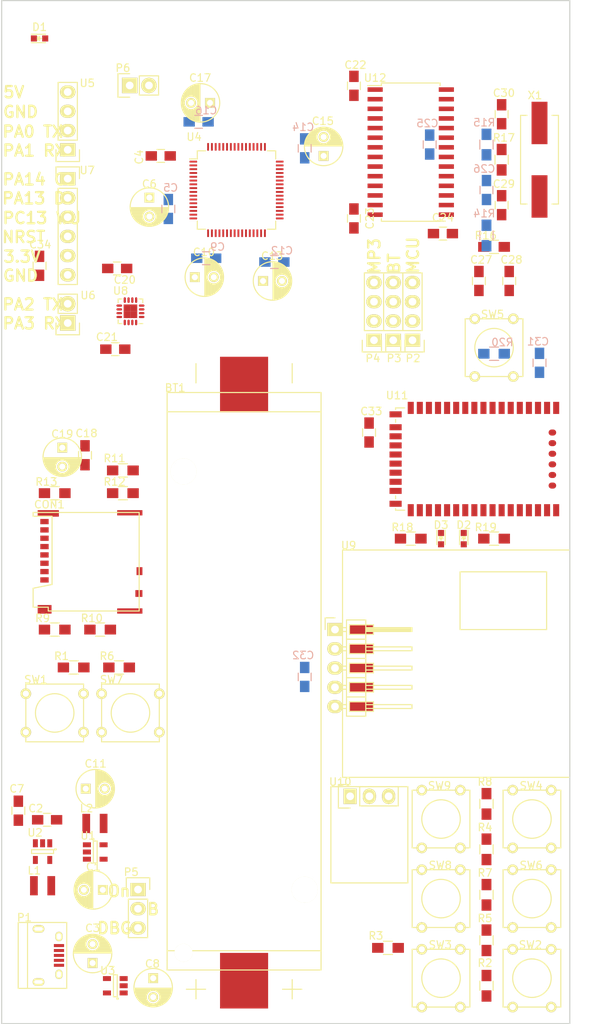
<source format=kicad_pcb>
(kicad_pcb (version 4) (host pcbnew 4.0.2-stable)
  (title_block (title "SenseWalk2: Minimalistic version") (rev 1) (company "University of Central Florida\\nSenior Design G23\\nBenoit Brummer\\n\\n\\n"))
  (layers (0 F.Cu signal) (1 In1.Cu power hide) (2 In2.Cu power hide) (31 B.Cu signal) (34 B.Paste user) (35 F.Paste user) (36 B.SilkS user) (37 F.SilkS user) (38 B.Mask user) (39 F.Mask user) (44 Edge.Cuts user))
  (net 0 "")
  (net 1 GND)
  (net 2 +BATT)
  (net 3 +5V)
  (net 4 +3V3)
  (net 5 PD2_SD-CMD)
  (net 6 PC10_SD-D2)
  (net 7 PC11_SD-D3)
  (net 8 PC12_SD-CK)
  (net 9 PC8_SD-D0)
  (net 10 PC9_SD-D1)
  (net 11 PA15_SD-DET)
  (net 12 "Net-(L2-Pad1)")
  (net 13 /in5)
  (net 14 /in6)
  (net 15 /in7)
  (net 16 /in8)
  (net 17 /in1)
  (net 18 /in2)
  (net 19 /in3)
  (net 20 /in4)
  (net 21 PC13_dbg)
  (net 22 NRST)
  (net 23 PC0_MP3-SCL)
  (net 24 PC1_MP3-SDA)
  (net 25 PC2_MAG-MISO)
  (net 26 PA0_las)
  (net 27 PA1_las)
  (net 28 PA2_UART)
  (net 29 PA3_UART)
  (net 30 PA4_BTpcm-Sync)
  (net 31 PA5_MP3-SCK)
  (net 32 PA6_BT-RTS)
  (net 33 PA7_MP3-SDI)
  (net 34 PC4_BT-RX)
  (net 35 PC5_BT-TX)
  (net 36 PB1_BT-CTS)
  (net 37 PB2_BT-GP2)
  (net 38 PB10_MAG-SPC)
  (net 39 "Net-(D1-Pad2)")
  (net 40 PB12_MAG-INT)
  (net 41 PB13_MAG-TRIG)
  (net 42 PB14_MP3-RST)
  (net 43 PB15_MAG-MOSI)
  (net 44 PC6_MP3-DR)
  (net 45 PA9_GPS-RX)
  (net 46 PA13_dbg)
  (net 47 PA14_dbg)
  (net 48 PB3_BTpcm-CLK)
  (net 49 PB5_BTpcm-IN)
  (net 50 PB7_GPS-TX)
  (net 51 PB9_MAG-CS)
  (net 52 "Net-(P4-Pad4)")
  (net 53 "Net-(P4-Pad1)")
  (net 54 "Net-(P4-Pad2)")
  (net 55 "Net-(C26-Pad1)")
  (net 56 "Net-(C28-Pad1)")
  (net 57 "Net-(C29-Pad1)")
  (net 58 "Net-(C27-Pad1)")
  (net 59 "Net-(D2-Pad2)")
  (net 60 "Net-(D2-Pad1)")
  (net 61 "Net-(D3-Pad2)")
  (net 62 "Net-(D3-Pad1)")
  (net 63 "Net-(P3-Pad1)")
  (net 64 "Net-(P3-Pad2)")
  (net 65 "Net-(P3-Pad3)")
  (net 66 "Net-(P3-Pad4)")
  (net 67 "Net-(L1-Pad2)")
  (net 68 "Net-(C3-Pad2)")
  (net 69 "Net-(C26-Pad2)")
  (net 70 "Net-(C30-Pad1)")
  (net 71 PB0_mic)
  (net 72 PB11_BT-GP9)
  (net 73 x-in-1)
  (net 74 x-in-2)
  (net 75 /3VEN)
  (net 76 /5VEN)
  (module con-trougnouf:18650BatteryHolder (layer F.Cu) (at 69 173 270)
    (fp_text reference BT1 (at -81.9 9.1 360) (layer F.SilkS))
    (fp_text value Battery)
    (pad "" np_thru_hole oval (at -70.87 8 270) (size 3.45 3.45) (drill 3.45) (layers *.Cu *.Mask F.SilkS))
    (pad 1 smd rect (at -3.67 0 270) (size 7.34 6.35) (layers F.Cu F.Paste F.Mask) (net 2 +BATT))
    (pad 2 smd rect (at -82.33 0 270) (size 7.34 6.35) (layers F.Cu F.Paste F.Mask) (net 1 GND))
    (pad "" np_thru_hole oval (at -7.34 8 270) (size 2.39 2.39) (drill 2.39) (layers *.Cu *.Mask F.SilkS))
    (pad "" np_thru_hole oval (at -15.67 -8 270) (size 3.45 3.45) (drill 3.45) (layers *.Cu *.Mask F.SilkS))
  )
  (module Capacitors_ThroughHole:C_Radial_D5_L11_P2.5 (layer F.Cu) (at 50.35 157.35 180)
    (fp_text reference C1 (at 1.25 3.05 180) (layer F.SilkS))
    (fp_text value 10uF)
    (pad 1 thru_hole rect (at 0 0 180) (size 1.3 1.3) (drill 0.8) (layers *.Cu *.Mask F.SilkS) (net 75 /3VEN))
    (pad 2 thru_hole circle (at 2.5 0 180) (size 1.3 1.3) (drill 0.8) (layers *.Cu *.Mask F.SilkS) (net 1 GND))
  )
  (module con-trougnouf:MicroSD (layer F.Cu) (at 42.65 112.05 90)
    (fp_text reference CON1 (at 5.55 0.65 180) (layer F.SilkS))
    (fp_text value uSD_Card)
    (pad 6 smd rect (at -2.2 0 90) (size 0.7 1.1) (layers F.Cu F.Paste F.Mask) (net 1 GND))
    (pad 3 smd rect (at 1.1 0 90) (size 0.7 1.1) (layers F.Cu F.Paste F.Mask) (net 5 PD2_SD-CMD))
    (pad ~ smd rect (at 4.38 0.5 90) (size 0.86 2.8) (layers F.Cu F.Paste F.Mask))
    (pad 1 smd rect (at 3.3 0 90) (size 0.7 1.1) (layers F.Cu F.Paste F.Mask) (net 6 PC10_SD-D2))
    (pad 2 smd rect (at 2.2 0 90) (size 0.7 1.1) (layers F.Cu F.Paste F.Mask) (net 7 PC11_SD-D3))
    (pad 4 smd rect (at 0 0 90) (size 0.7 1.1) (layers F.Cu F.Paste F.Mask) (net 4 +3V3))
    (pad 5 smd rect (at -1.1 0 90) (size 0.7 1.1) (layers F.Cu F.Paste F.Mask) (net 8 PC12_SD-CK))
    (pad 7 smd rect (at -3.3 0 90) (size 0.7 1.1) (layers F.Cu F.Paste F.Mask) (net 9 PC8_SD-D0))
    (pad 8 smd rect (at -4.4 0 90) (size 0.7 1.1) (layers F.Cu F.Paste F.Mask) (net 10 PC9_SD-D1))
    (pad ~ smd rect (at -8.28 0.015 90) (size 1.14 1.83) (layers F.Cu F.Paste F.Mask))
    (pad ~ smd rect (at -8.5 11.265 90) (size 0.7 3.33) (layers F.Cu F.Paste F.Mask))
    (pad 6 smd rect (at -6.19 12.465 90) (size 0.9 0.93) (layers F.Cu F.Paste F.Mask) (net 1 GND))
    (pad 9 smd rect (at -3.24 12.54 90) (size 1.05 0.78) (layers F.Cu F.Paste F.Mask) (net 11 PA15_SD-DET))
    (pad ~ smd rect (at 4.46 11.265 90) (size 0.7 3.33) (layers F.Cu F.Paste F.Mask))
  )
  (module BT:RN-52 (layer F.Cu) (at 102 100.5 270)
    (fp_text reference U11 (at -8.4 12.8 360) (layer F.SilkS))
    (fp_text value RN-52)
    (pad 28 smd rect (at 6.75 11 270) (size 1.6 0.8) (layers F.Cu F.Paste F.Mask))
    (pad 27 smd rect (at 5.9 13 270) (size 0.8 1.6) (layers F.Cu F.Paste F.Mask) (net 1 GND))
    (pad 19 smd rect (at -4.2 13 270) (size 0.8 1.6) (layers F.Cu F.Paste F.Mask))
    (pad 1 smd rect (at -6.75 -8.2 270) (size 1.6 0.8) (layers F.Cu F.Paste F.Mask) (net 1 GND))
    (pad 2 smd rect (at -6.75 -7 270) (size 1.6 0.8) (layers F.Cu F.Paste F.Mask) (net 37 PB2_BT-GP2))
    (pad 3 smd rect (at -6.75 -5.8 270) (size 1.6 0.8) (layers F.Cu F.Paste F.Mask))
    (pad 4 smd rect (at -6.75 -4.6 270) (size 1.6 0.8) (layers F.Cu F.Paste F.Mask))
    (pad 5 smd rect (at -6.75 -3.4 270) (size 1.6 0.8) (layers F.Cu F.Paste F.Mask))
    (pad 6 smd rect (at -6.75 -2.2 270) (size 1.6 0.8) (layers F.Cu F.Paste F.Mask))
    (pad 7 smd rect (at -6.75 -1 270) (size 1.6 0.8) (layers F.Cu F.Paste F.Mask))
    (pad 8 smd rect (at -6.75 0.2 270) (size 1.6 0.8) (layers F.Cu F.Paste F.Mask))
    (pad 9 smd rect (at -6.75 1.4 270) (size 1.6 0.8) (layers F.Cu F.Paste F.Mask))
    (pad 10 smd rect (at -6.75 2.6 270) (size 1.6 0.8) (layers F.Cu F.Paste F.Mask))
    (pad 11 smd rect (at -6.75 3.8 270) (size 1.6 0.8) (layers F.Cu F.Paste F.Mask) (net 72 PB11_BT-GP9))
    (pad 12 smd rect (at -6.75 5 270) (size 1.6 0.8) (layers F.Cu F.Paste F.Mask))
    (pad 13 smd rect (at -6.75 6.2 270) (size 1.6 0.8) (layers F.Cu F.Paste F.Mask))
    (pad 14 smd rect (at -6.75 7.4 270) (size 1.6 0.8) (layers F.Cu F.Paste F.Mask) (net 32 PA6_BT-RTS))
    (pad 15 smd rect (at -6.75 8.6 270) (size 1.6 0.8) (layers F.Cu F.Paste F.Mask) (net 36 PB1_BT-CTS))
    (pad 16 smd rect (at -6.75 9.8 270) (size 1.6 0.8) (layers F.Cu F.Paste F.Mask) (net 35 PC5_BT-TX))
    (pad 17 smd rect (at -6.75 11 270) (size 1.6 0.8) (layers F.Cu F.Paste F.Mask) (net 34 PC4_BT-RX))
    (pad 18 smd rect (at -5.9 13 270) (size 0.8 1.6) (layers F.Cu F.Paste F.Mask) (net 1 GND))
    (pad 20 smd rect (at -3 13 270) (size 0.8 1.6) (layers F.Cu F.Paste F.Mask))
    (pad 21 smd rect (at -1.8 13 270) (size 0.8 1.6) (layers F.Cu F.Paste F.Mask) (net 4 +3V3))
    (pad 22 smd rect (at -0.6 13 270) (size 0.8 1.6) (layers F.Cu F.Paste F.Mask) (net 4 +3V3))
    (pad 23 smd rect (at 0.6 13 270) (size 0.8 1.6) (layers F.Cu F.Paste F.Mask) (net 66 "Net-(P3-Pad4)"))
    (pad 24 smd rect (at 1.8 13 270) (size 0.8 1.6) (layers F.Cu F.Paste F.Mask) (net 65 "Net-(P3-Pad3)"))
    (pad 25 smd rect (at 3 13 270) (size 0.8 1.6) (layers F.Cu F.Paste F.Mask) (net 64 "Net-(P3-Pad2)"))
    (pad 26 smd rect (at 4.2 13 270) (size 0.8 1.6) (layers F.Cu F.Paste F.Mask) (net 63 "Net-(P3-Pad1)"))
    (pad 29 smd rect (at 6.75 9.8 270) (size 1.6 0.8) (layers F.Cu F.Paste F.Mask))
    (pad 30 smd rect (at 6.75 8.6 270) (size 1.6 0.8) (layers F.Cu F.Paste F.Mask))
    (pad 31 smd rect (at 6.75 7.4 270) (size 1.6 0.8) (layers F.Cu F.Paste F.Mask))
    (pad 32 smd rect (at 6.75 6.2 270) (size 1.6 0.8) (layers F.Cu F.Paste F.Mask) (net 62 "Net-(D3-Pad1)"))
    (pad 33 smd rect (at 6.75 5 270) (size 1.6 0.8) (layers F.Cu F.Paste F.Mask) (net 60 "Net-(D2-Pad1)"))
    (pad 34 smd rect (at 6.75 3.8 270) (size 1.6 0.8) (layers F.Cu F.Paste F.Mask))
    (pad 35 smd rect (at 6.75 2.6 270) (size 1.6 0.8) (layers F.Cu F.Paste F.Mask))
    (pad 36 smd rect (at 6.75 1.4 270) (size 1.6 0.8) (layers F.Cu F.Paste F.Mask))
    (pad 37 smd rect (at 6.75 0.2 270) (size 1.6 0.8) (layers F.Cu F.Paste F.Mask))
    (pad 38 smd rect (at 6.75 -1 270) (size 1.6 0.8) (layers F.Cu F.Paste F.Mask))
    (pad 39 smd rect (at 6.75 -2.2 270) (size 1.6 0.8) (layers F.Cu F.Paste F.Mask) (net 1 GND))
    (pad 40 smd rect (at 6.75 -3.4 270) (size 1.6 0.8) (layers F.Cu F.Paste F.Mask))
    (pad 41 smd rect (at 6.75 -4.6 270) (size 1.6 0.8) (layers F.Cu F.Paste F.Mask))
    (pad 42 smd rect (at 6.75 -5.8 270) (size 1.6 0.8) (layers F.Cu F.Paste F.Mask))
    (pad 43 smd rect (at 6.75 -7 270) (size 1.6 0.8) (layers F.Cu F.Paste F.Mask))
    (pad 44 smd rect (at 6.75 -8.2 270) (size 1.6 0.8) (layers F.Cu F.Paste F.Mask) (net 1 GND))
    (pad 45 smd oval (at 3.5 -7.7 270) (size 0.8 1) (layers F.Cu F.Paste F.Mask) (net 1 GND))
    (pad 46 smd oval (at 2.1 -7.7 270) (size 0.8 1) (layers F.Cu F.Paste F.Mask) (net 1 GND))
    (pad 47 smd oval (at 0.7 -7.7 270) (size 0.8 1) (layers F.Cu F.Paste F.Mask) (net 1 GND))
    (pad 48 smd oval (at -0.7 -7.7 270) (size 0.8 1) (layers F.Cu F.Paste F.Mask) (net 1 GND))
    (pad 49 smd oval (at -2.1 -7.7 270) (size 0.8 1) (layers F.Cu F.Paste F.Mask) (net 1 GND))
    (pad 50 smd oval (at -3.5 -7.7 270) (size 0.8 1) (layers F.Cu F.Paste F.Mask) (net 1 GND))
  )
  (module Capacitors_ThroughHole:C_Radial_D5_L11_P2.5 (layer F.Cu) (at 49 167 90)
    (fp_text reference C3 (at 4.6 0 180) (layer F.SilkS))
    (fp_text value 1uF)
    (pad 1 thru_hole rect (at 0 0 90) (size 1.3 1.3) (drill 0.8) (layers *.Cu *.Mask F.SilkS) (net 1 GND))
    (pad 2 thru_hole circle (at 2.5 0 90) (size 1.3 1.3) (drill 0.8) (layers *.Cu *.Mask F.SilkS) (net 68 "Net-(C3-Pad2)"))
  )
  (module Capacitors_SMD:C_0805_HandSoldering (layer F.Cu) (at 58 60.5)
    (fp_text reference C4 (at -2.85 0.15 90) (layer F.SilkS))
    (fp_text value 0.1uF)
    (pad 1 smd rect (at -1.25 0) (size 1.5 1.25) (layers F.Cu F.Paste F.Mask) (net 1 GND))
    (pad 2 smd rect (at 1.25 0) (size 1.5 1.25) (layers F.Cu F.Paste F.Mask) (net 4 +3V3))
  )
  (module Capacitors_ThroughHole:C_Radial_D5_L11_P2.5 (layer F.Cu) (at 56.5 66 270)
    (fp_text reference C6 (at -1.8 0 360) (layer F.SilkS))
    (fp_text value 4.7uF)
    (pad 1 thru_hole rect (at 0 0 270) (size 1.3 1.3) (drill 0.8) (layers *.Cu *.Mask F.SilkS) (net 1 GND))
    (pad 2 thru_hole circle (at 2.5 0 270) (size 1.3 1.3) (drill 0.8) (layers *.Cu *.Mask F.SilkS) (net 4 +3V3))
  )
  (module Capacitors_SMD:C_0805_HandSoldering (layer F.Cu) (at 39.2 146.9 90)
    (fp_text reference C7 (at 2.9 -0.2 180) (layer F.SilkS))
    (fp_text value 10uF)
    (pad 1 smd rect (at -1.25 0 90) (size 1.5 1.25) (layers F.Cu F.Paste F.Mask) (net 3 +5V))
    (pad 2 smd rect (at 1.25 0 90) (size 1.5 1.25) (layers F.Cu F.Paste F.Mask) (net 1 GND))
  )
  (module Capacitors_ThroughHole:C_Radial_D5_L11_P2.5 (layer F.Cu) (at 57 169 270)
    (fp_text reference C8 (at -1.9 0.1 360) (layer F.SilkS))
    (fp_text value 1uF)
    (pad 1 thru_hole rect (at 0 0 270) (size 1.3 1.3) (drill 0.8) (layers *.Cu *.Mask F.SilkS) (net 2 +BATT))
    (pad 2 thru_hole circle (at 2.5 0 270) (size 1.3 1.3) (drill 0.8) (layers *.Cu *.Mask F.SilkS) (net 1 GND))
  )
  (module Capacitors_ThroughHole:C_Radial_D5_L11_P2.5 (layer F.Cu) (at 62.5 76.5)
    (fp_text reference C10 (at 1.2 -3.3) (layer F.SilkS))
    (fp_text value 4.7uF)
    (pad 1 thru_hole rect (at 0 0) (size 1.3 1.3) (drill 0.8) (layers *.Cu *.Mask F.SilkS) (net 1 GND))
    (pad 2 thru_hole circle (at 2.5 0) (size 1.3 1.3) (drill 0.8) (layers *.Cu *.Mask F.SilkS) (net 4 +3V3))
  )
  (module Capacitors_ThroughHole:C_Radial_D5_L11_P2.5 (layer F.Cu) (at 64.5 53.5 180)
    (fp_text reference C17 (at 1.3 3.3 180) (layer F.SilkS))
    (fp_text value 4.7uF)
    (pad 1 thru_hole rect (at 0 0 180) (size 1.3 1.3) (drill 0.8) (layers *.Cu *.Mask F.SilkS) (net 1 GND))
    (pad 2 thru_hole circle (at 2.5 0 180) (size 1.3 1.3) (drill 0.8) (layers *.Cu *.Mask F.SilkS) (net 4 +3V3))
  )
  (module Inductors_NEOSID:Neosid_Inductor_SM-NE29_SMD1008 (layer F.Cu) (at 42.4 156.8 180)
    (fp_text reference L1 (at 1.1 2 180) (layer F.SilkS))
    (fp_text value 4.7uH)
    (pad 2 smd rect (at 1.14554 0 180) (size 1.02108 2.54) (layers F.Cu F.Paste F.Mask) (net 67 "Net-(L1-Pad2)"))
    (pad 1 smd rect (at -1.14554 0 180) (size 1.02108 2.54) (layers F.Cu F.Paste F.Mask) (net 2 +BATT))
  )
  (module Inductors_NEOSID:Neosid_Inductor_SM-NE29_SMD1008 (layer F.Cu) (at 49.31 148.58)
    (fp_text reference L2 (at -1.11 -1.98 180) (layer F.SilkS))
    (fp_text value 4.7uH)
    (pad 2 smd rect (at 1.14554 0) (size 1.02108 2.54) (layers F.Cu F.Paste F.Mask) (net 4 +3V3))
    (pad 1 smd rect (at -1.14554 0) (size 1.02108 2.54) (layers F.Cu F.Paste F.Mask) (net 12 "Net-(L2-Pad1)"))
  )
  (module Connect:USB_Micro-B (layer F.Cu) (at 43 166 270)
    (fp_text reference P1 (at -5 3 360) (layer F.SilkS))
    (fp_text value USB_B)
    (pad 1 smd rect (at -1.3009 -1.56254) (size 1.35 0.4) (layers F.Cu F.Paste F.Mask) (net 68 "Net-(C3-Pad2)"))
    (pad 2 smd rect (at -0.6509 -1.56254) (size 1.35 0.4) (layers F.Cu F.Paste F.Mask))
    (pad 3 smd rect (at -0.0009 -1.56254) (size 1.35 0.4) (layers F.Cu F.Paste F.Mask))
    (pad 4 smd rect (at 0.6491 -1.56254) (size 1.35 0.4) (layers F.Cu F.Paste F.Mask) (net 1 GND))
    (pad 5 smd rect (at 1.2991 -1.56254) (size 1.35 0.4) (layers F.Cu F.Paste F.Mask))
    (pad 6 thru_hole oval (at -2.5009 -1.56254) (size 0.95 1.25) (drill oval 0.55 0.85) (layers *.Cu *.Mask F.SilkS))
    (pad 6 thru_hole oval (at 2.4991 -1.56254) (size 0.95 1.25) (drill oval 0.55 0.85) (layers *.Cu *.Mask F.SilkS))
    (pad 6 thru_hole oval (at -3.5009 1.13746) (size 1.55 1) (drill oval 1.15 0.5) (layers *.Cu *.Mask F.SilkS))
    (pad 6 thru_hole oval (at 3.4991 1.13746) (size 1.55 1) (drill oval 1.15 0.5) (layers *.Cu *.Mask F.SilkS))
  )
  (module Buttons_Switches_ThroughHole:SW_PUSH_SMALL (layer F.Cu) (at 44 134)
    (fp_text reference SW1 (at -2.5 -4.4) (layer F.SilkS))
    (fp_text value SW_PUSH)
    (pad 1 thru_hole circle (at 3.81 -2.54) (size 1.397 1.397) (drill 0.8128) (layers *.Cu *.Mask F.SilkS) (net 13 /in5))
    (pad 2 thru_hole circle (at 3.81 2.54) (size 1.397 1.397) (drill 0.8128) (layers *.Cu *.Mask F.SilkS) (net 4 +3V3))
    (pad 1 thru_hole circle (at -3.81 -2.54) (size 1.397 1.397) (drill 0.8128) (layers *.Cu *.Mask F.SilkS) (net 13 /in5))
    (pad 2 thru_hole circle (at -3.81 2.54) (size 1.397 1.397) (drill 0.8128) (layers *.Cu *.Mask F.SilkS) (net 4 +3V3))
  )
  (module Buttons_Switches_ThroughHole:SW_PUSH_SMALL (layer F.Cu) (at 107 169 270)
    (fp_text reference SW2 (at -4.4 0.2 360) (layer F.SilkS))
    (fp_text value SW_PUSH)
    (pad 1 thru_hole circle (at 3.81 -2.54 270) (size 1.397 1.397) (drill 0.8128) (layers *.Cu *.Mask F.SilkS) (net 14 /in6))
    (pad 2 thru_hole circle (at 3.81 2.54 270) (size 1.397 1.397) (drill 0.8128) (layers *.Cu *.Mask F.SilkS) (net 4 +3V3))
    (pad 1 thru_hole circle (at -3.81 -2.54 270) (size 1.397 1.397) (drill 0.8128) (layers *.Cu *.Mask F.SilkS) (net 14 /in6))
    (pad 2 thru_hole circle (at -3.81 2.54 270) (size 1.397 1.397) (drill 0.8128) (layers *.Cu *.Mask F.SilkS) (net 4 +3V3))
  )
  (module Buttons_Switches_ThroughHole:SW_PUSH_SMALL (layer F.Cu) (at 95 169 90)
    (fp_text reference SW3 (at 4.4 -0.1 180) (layer F.SilkS))
    (fp_text value SW_PUSH)
    (pad 1 thru_hole circle (at 3.81 -2.54 90) (size 1.397 1.397) (drill 0.8128) (layers *.Cu *.Mask F.SilkS) (net 15 /in7))
    (pad 2 thru_hole circle (at 3.81 2.54 90) (size 1.397 1.397) (drill 0.8128) (layers *.Cu *.Mask F.SilkS) (net 4 +3V3))
    (pad 1 thru_hole circle (at -3.81 -2.54 90) (size 1.397 1.397) (drill 0.8128) (layers *.Cu *.Mask F.SilkS) (net 15 /in7))
    (pad 2 thru_hole circle (at -3.81 2.54 90) (size 1.397 1.397) (drill 0.8128) (layers *.Cu *.Mask F.SilkS) (net 4 +3V3))
  )
  (module Buttons_Switches_ThroughHole:SW_PUSH_SMALL (layer F.Cu) (at 107 148 270)
    (fp_text reference SW4 (at -4.4 0.1 360) (layer F.SilkS))
    (fp_text value SW_PUSH)
    (pad 1 thru_hole circle (at 3.81 -2.54 270) (size 1.397 1.397) (drill 0.8128) (layers *.Cu *.Mask F.SilkS) (net 16 /in8))
    (pad 2 thru_hole circle (at 3.81 2.54 270) (size 1.397 1.397) (drill 0.8128) (layers *.Cu *.Mask F.SilkS) (net 4 +3V3))
    (pad 1 thru_hole circle (at -3.81 -2.54 270) (size 1.397 1.397) (drill 0.8128) (layers *.Cu *.Mask F.SilkS) (net 16 /in8))
    (pad 2 thru_hole circle (at -3.81 2.54 270) (size 1.397 1.397) (drill 0.8128) (layers *.Cu *.Mask F.SilkS) (net 4 +3V3))
  )
  (module Buttons_Switches_ThroughHole:SW_PUSH_SMALL (layer F.Cu) (at 107 158.5 270)
    (fp_text reference SW6 (at -4.4 0.1 360) (layer F.SilkS))
    (fp_text value SW_PUSH)
    (pad 1 thru_hole circle (at 3.81 -2.54 270) (size 1.397 1.397) (drill 0.8128) (layers *.Cu *.Mask F.SilkS) (net 17 /in1))
    (pad 2 thru_hole circle (at 3.81 2.54 270) (size 1.397 1.397) (drill 0.8128) (layers *.Cu *.Mask F.SilkS) (net 4 +3V3))
    (pad 1 thru_hole circle (at -3.81 -2.54 270) (size 1.397 1.397) (drill 0.8128) (layers *.Cu *.Mask F.SilkS) (net 17 /in1))
    (pad 2 thru_hole circle (at -3.81 2.54 270) (size 1.397 1.397) (drill 0.8128) (layers *.Cu *.Mask F.SilkS) (net 4 +3V3))
  )
  (module Buttons_Switches_ThroughHole:SW_PUSH_SMALL (layer F.Cu) (at 54 134)
    (fp_text reference SW7 (at -2.5 -4.4) (layer F.SilkS))
    (fp_text value SW_PUSH)
    (pad 1 thru_hole circle (at 3.81 -2.54) (size 1.397 1.397) (drill 0.8128) (layers *.Cu *.Mask F.SilkS) (net 18 /in2))
    (pad 2 thru_hole circle (at 3.81 2.54) (size 1.397 1.397) (drill 0.8128) (layers *.Cu *.Mask F.SilkS) (net 4 +3V3))
    (pad 1 thru_hole circle (at -3.81 -2.54) (size 1.397 1.397) (drill 0.8128) (layers *.Cu *.Mask F.SilkS) (net 18 /in2))
    (pad 2 thru_hole circle (at -3.81 2.54) (size 1.397 1.397) (drill 0.8128) (layers *.Cu *.Mask F.SilkS) (net 4 +3V3))
  )
  (module Buttons_Switches_ThroughHole:SW_PUSH_SMALL (layer F.Cu) (at 95 158.5 90)
    (fp_text reference SW8 (at 4.4 -0.1 180) (layer F.SilkS))
    (fp_text value SW_PUSH)
    (pad 1 thru_hole circle (at 3.81 -2.54 90) (size 1.397 1.397) (drill 0.8128) (layers *.Cu *.Mask F.SilkS) (net 19 /in3))
    (pad 2 thru_hole circle (at 3.81 2.54 90) (size 1.397 1.397) (drill 0.8128) (layers *.Cu *.Mask F.SilkS) (net 4 +3V3))
    (pad 1 thru_hole circle (at -3.81 -2.54 90) (size 1.397 1.397) (drill 0.8128) (layers *.Cu *.Mask F.SilkS) (net 19 /in3))
    (pad 2 thru_hole circle (at -3.81 2.54 90) (size 1.397 1.397) (drill 0.8128) (layers *.Cu *.Mask F.SilkS) (net 4 +3V3))
  )
  (module Buttons_Switches_ThroughHole:SW_PUSH_SMALL (layer F.Cu) (at 95 148 90)
    (fp_text reference SW9 (at 4.4 -0.2 180) (layer F.SilkS))
    (fp_text value SW_PUSH)
    (pad 1 thru_hole circle (at 3.81 -2.54 90) (size 1.397 1.397) (drill 0.8128) (layers *.Cu *.Mask F.SilkS) (net 20 /in4))
    (pad 2 thru_hole circle (at 3.81 2.54 90) (size 1.397 1.397) (drill 0.8128) (layers *.Cu *.Mask F.SilkS) (net 4 +3V3))
    (pad 1 thru_hole circle (at -3.81 -2.54 90) (size 1.397 1.397) (drill 0.8128) (layers *.Cu *.Mask F.SilkS) (net 20 /in4))
    (pad 2 thru_hole circle (at -3.81 2.54 90) (size 1.397 1.397) (drill 0.8128) (layers *.Cu *.Mask F.SilkS) (net 4 +3V3))
  )
  (module TO_SOT_Packages_SMD:SOT-23-5 (layer F.Cu) (at 42.4 152.3 270)
    (fp_text reference U2 (at -2.5 1 360) (layer F.SilkS))
    (fp_text value XC9140)
    (pad 1 smd rect (at -1.1 -0.95 270) (size 1.06 0.65) (layers F.Cu F.Paste F.Mask) (net 76 /5VEN))
    (pad 2 smd rect (at -1.1 0 270) (size 1.06 0.65) (layers F.Cu F.Paste F.Mask) (net 1 GND))
    (pad 3 smd rect (at -1.1 0.95 270) (size 1.06 0.65) (layers F.Cu F.Paste F.Mask) (net 2 +BATT))
    (pad 4 smd rect (at 1.1 0.95 270) (size 1.06 0.65) (layers F.Cu F.Paste F.Mask) (net 3 +5V))
    (pad 5 smd rect (at 1.1 -0.95 270) (size 1.06 0.65) (layers F.Cu F.Paste F.Mask) (net 67 "Net-(L1-Pad2)"))
  )
  (module TO_SOT_Packages_SMD:SOT-23-5 (layer F.Cu) (at 52 170 180)
    (fp_text reference U3 (at 1 2 180) (layer F.SilkS))
    (fp_text value MCP73811/2)
    (pad 1 smd rect (at -1.1 -0.95 180) (size 1.06 0.65) (layers F.Cu F.Paste F.Mask) (net 68 "Net-(C3-Pad2)"))
    (pad 2 smd rect (at -1.1 0 180) (size 1.06 0.65) (layers F.Cu F.Paste F.Mask) (net 1 GND))
    (pad 3 smd rect (at -1.1 0.95 180) (size 1.06 0.65) (layers F.Cu F.Paste F.Mask) (net 2 +BATT))
    (pad 4 smd rect (at 1.1 0.95 180) (size 1.06 0.65) (layers F.Cu F.Paste F.Mask) (net 68 "Net-(C3-Pad2)"))
    (pad 5 smd rect (at 1.1 -0.95 180) (size 1.06 0.65) (layers F.Cu F.Paste F.Mask) (net 68 "Net-(C3-Pad2)"))
  )
  (module Housings_QFP:LQFP-64_10x10mm_Pitch0.5mm (layer F.Cu) (at 68 65)
    (fp_text reference U4 (at -5.6 -7) (layer F.SilkS))
    (fp_text value STM32L476R)
    (pad 1 smd rect (at -5.7 -3.75) (size 1 0.25) (layers F.Cu F.Paste F.Mask) (net 4 +3V3))
    (pad 2 smd rect (at -5.7 -3.25) (size 1 0.25) (layers F.Cu F.Paste F.Mask) (net 21 PC13_dbg))
    (pad 3 smd rect (at -5.7 -2.75) (size 1 0.25) (layers F.Cu F.Paste F.Mask) (net 13 /in5))
    (pad 4 smd rect (at -5.7 -2.25) (size 1 0.25) (layers F.Cu F.Paste F.Mask) (net 14 /in6))
    (pad 5 smd rect (at -5.7 -1.75) (size 1 0.25) (layers F.Cu F.Paste F.Mask) (net 15 /in7))
    (pad 6 smd rect (at -5.7 -1.25) (size 1 0.25) (layers F.Cu F.Paste F.Mask) (net 16 /in8))
    (pad 7 smd rect (at -5.7 -0.75) (size 1 0.25) (layers F.Cu F.Paste F.Mask) (net 22 NRST))
    (pad 8 smd rect (at -5.7 -0.25) (size 1 0.25) (layers F.Cu F.Paste F.Mask) (net 23 PC0_MP3-SCL))
    (pad 9 smd rect (at -5.7 0.25) (size 1 0.25) (layers F.Cu F.Paste F.Mask) (net 24 PC1_MP3-SDA))
    (pad 10 smd rect (at -5.7 0.75) (size 1 0.25) (layers F.Cu F.Paste F.Mask) (net 25 PC2_MAG-MISO))
    (pad 11 smd rect (at -5.7 1.25) (size 1 0.25) (layers F.Cu F.Paste F.Mask))
    (pad 12 smd rect (at -5.7 1.75) (size 1 0.25) (layers F.Cu F.Paste F.Mask) (net 1 GND))
    (pad 13 smd rect (at -5.7 2.25) (size 1 0.25) (layers F.Cu F.Paste F.Mask) (net 4 +3V3))
    (pad 14 smd rect (at -5.7 2.75) (size 1 0.25) (layers F.Cu F.Paste F.Mask) (net 26 PA0_las))
    (pad 15 smd rect (at -5.7 3.25) (size 1 0.25) (layers F.Cu F.Paste F.Mask) (net 27 PA1_las))
    (pad 16 smd rect (at -5.7 3.75) (size 1 0.25) (layers F.Cu F.Paste F.Mask) (net 28 PA2_UART))
    (pad 17 smd rect (at -3.75 5.7 90) (size 1 0.25) (layers F.Cu F.Paste F.Mask) (net 29 PA3_UART))
    (pad 18 smd rect (at -3.25 5.7 90) (size 1 0.25) (layers F.Cu F.Paste F.Mask) (net 1 GND))
    (pad 19 smd rect (at -2.75 5.7 90) (size 1 0.25) (layers F.Cu F.Paste F.Mask) (net 4 +3V3))
    (pad 20 smd rect (at -2.25 5.7 90) (size 1 0.25) (layers F.Cu F.Paste F.Mask) (net 30 PA4_BTpcm-Sync))
    (pad 21 smd rect (at -1.75 5.7 90) (size 1 0.25) (layers F.Cu F.Paste F.Mask) (net 31 PA5_MP3-SCK))
    (pad 22 smd rect (at -1.25 5.7 90) (size 1 0.25) (layers F.Cu F.Paste F.Mask) (net 32 PA6_BT-RTS))
    (pad 23 smd rect (at -0.75 5.7 90) (size 1 0.25) (layers F.Cu F.Paste F.Mask) (net 33 PA7_MP3-SDI))
    (pad 24 smd rect (at -0.25 5.7 90) (size 1 0.25) (layers F.Cu F.Paste F.Mask) (net 34 PC4_BT-RX))
    (pad 25 smd rect (at 0.25 5.7 90) (size 1 0.25) (layers F.Cu F.Paste F.Mask) (net 35 PC5_BT-TX))
    (pad 26 smd rect (at 0.75 5.7 90) (size 1 0.25) (layers F.Cu F.Paste F.Mask) (net 71 PB0_mic))
    (pad 27 smd rect (at 1.25 5.7 90) (size 1 0.25) (layers F.Cu F.Paste F.Mask) (net 36 PB1_BT-CTS))
    (pad 28 smd rect (at 1.75 5.7 90) (size 1 0.25) (layers F.Cu F.Paste F.Mask) (net 37 PB2_BT-GP2))
    (pad 29 smd rect (at 2.25 5.7 90) (size 1 0.25) (layers F.Cu F.Paste F.Mask) (net 38 PB10_MAG-SPC))
    (pad 30 smd rect (at 2.75 5.7 90) (size 1 0.25) (layers F.Cu F.Paste F.Mask) (net 72 PB11_BT-GP9))
    (pad 31 smd rect (at 3.25 5.7 90) (size 1 0.25) (layers F.Cu F.Paste F.Mask) (net 1 GND))
    (pad 32 smd rect (at 3.75 5.7 90) (size 1 0.25) (layers F.Cu F.Paste F.Mask) (net 4 +3V3))
    (pad 33 smd rect (at 5.7 3.75) (size 1 0.25) (layers F.Cu F.Paste F.Mask) (net 40 PB12_MAG-INT))
    (pad 34 smd rect (at 5.7 3.25) (size 1 0.25) (layers F.Cu F.Paste F.Mask) (net 41 PB13_MAG-TRIG))
    (pad 35 smd rect (at 5.7 2.75) (size 1 0.25) (layers F.Cu F.Paste F.Mask) (net 42 PB14_MP3-RST))
    (pad 36 smd rect (at 5.7 2.25) (size 1 0.25) (layers F.Cu F.Paste F.Mask) (net 43 PB15_MAG-MOSI))
    (pad 37 smd rect (at 5.7 1.75) (size 1 0.25) (layers F.Cu F.Paste F.Mask) (net 44 PC6_MP3-DR))
    (pad 38 smd rect (at 5.7 1.25) (size 1 0.25) (layers F.Cu F.Paste F.Mask) (net 76 /5VEN))
    (pad 39 smd rect (at 5.7 0.75) (size 1 0.25) (layers F.Cu F.Paste F.Mask) (net 9 PC8_SD-D0))
    (pad 40 smd rect (at 5.7 0.25) (size 1 0.25) (layers F.Cu F.Paste F.Mask) (net 10 PC9_SD-D1))
    (pad 41 smd rect (at 5.7 -0.25) (size 1 0.25) (layers F.Cu F.Paste F.Mask) (net 17 /in1))
    (pad 42 smd rect (at 5.7 -0.75) (size 1 0.25) (layers F.Cu F.Paste F.Mask) (net 45 PA9_GPS-RX))
    (pad 43 smd rect (at 5.7 -1.25) (size 1 0.25) (layers F.Cu F.Paste F.Mask) (net 18 /in2))
    (pad 44 smd rect (at 5.7 -1.75) (size 1 0.25) (layers F.Cu F.Paste F.Mask) (net 19 /in3))
    (pad 45 smd rect (at 5.7 -2.25) (size 1 0.25) (layers F.Cu F.Paste F.Mask) (net 20 /in4))
    (pad 46 smd rect (at 5.7 -2.75) (size 1 0.25) (layers F.Cu F.Paste F.Mask) (net 46 PA13_dbg))
    (pad 47 smd rect (at 5.7 -3.25) (size 1 0.25) (layers F.Cu F.Paste F.Mask) (net 1 GND))
    (pad 48 smd rect (at 5.7 -3.75) (size 1 0.25) (layers F.Cu F.Paste F.Mask) (net 4 +3V3))
    (pad 49 smd rect (at 3.75 -5.7 90) (size 1 0.25) (layers F.Cu F.Paste F.Mask) (net 47 PA14_dbg))
    (pad 50 smd rect (at 3.25 -5.7 90) (size 1 0.25) (layers F.Cu F.Paste F.Mask) (net 11 PA15_SD-DET))
    (pad 51 smd rect (at 2.75 -5.7 90) (size 1 0.25) (layers F.Cu F.Paste F.Mask) (net 6 PC10_SD-D2))
    (pad 52 smd rect (at 2.25 -5.7 90) (size 1 0.25) (layers F.Cu F.Paste F.Mask) (net 7 PC11_SD-D3))
    (pad 53 smd rect (at 1.75 -5.7 90) (size 1 0.25) (layers F.Cu F.Paste F.Mask) (net 8 PC12_SD-CK))
    (pad 54 smd rect (at 1.25 -5.7 90) (size 1 0.25) (layers F.Cu F.Paste F.Mask) (net 5 PD2_SD-CMD))
    (pad 55 smd rect (at 0.75 -5.7 90) (size 1 0.25) (layers F.Cu F.Paste F.Mask) (net 48 PB3_BTpcm-CLK))
    (pad 56 smd rect (at 0.25 -5.7 90) (size 1 0.25) (layers F.Cu F.Paste F.Mask) (net 73 x-in-1))
    (pad 57 smd rect (at -0.25 -5.7 90) (size 1 0.25) (layers F.Cu F.Paste F.Mask) (net 49 PB5_BTpcm-IN))
    (pad 58 smd rect (at -0.75 -5.7 90) (size 1 0.25) (layers F.Cu F.Paste F.Mask) (net 74 x-in-2))
    (pad 59 smd rect (at -1.25 -5.7 90) (size 1 0.25) (layers F.Cu F.Paste F.Mask) (net 50 PB7_GPS-TX))
    (pad 60 smd rect (at -1.75 -5.7 90) (size 1 0.25) (layers F.Cu F.Paste F.Mask))
    (pad 61 smd rect (at -2.25 -5.7 90) (size 1 0.25) (layers F.Cu F.Paste F.Mask) (net 39 "Net-(D1-Pad2)"))
    (pad 62 smd rect (at -2.75 -5.7 90) (size 1 0.25) (layers F.Cu F.Paste F.Mask) (net 51 PB9_MAG-CS))
    (pad 63 smd rect (at -3.25 -5.7 90) (size 1 0.25) (layers F.Cu F.Paste F.Mask) (net 1 GND))
    (pad 64 smd rect (at -3.75 -5.7 90) (size 1 0.25) (layers F.Cu F.Paste F.Mask) (net 4 +3V3))
  )
  (module con-trougnouf:Socket_Strip_Straight_1x04_3467 (layer F.Cu) (at 45.72 59.69 90)
    (fp_text reference U5 (at 8.79 2.58 180) (layer F.SilkS))
    (fp_text value Lightware_SF10/A)
    (pad 3 thru_hole rect (at 0 0 90) (size 1.7272 2.032) (drill 1.016) (layers *.Cu *.Mask F.SilkS) (net 27 PA1_las))
    (pad 4 thru_hole oval (at 2.54 0 90) (size 1.7272 2.032) (drill 1.016) (layers *.Cu *.Mask F.SilkS) (net 26 PA0_las))
    (pad 6 thru_hole oval (at 5.08 0 90) (size 1.7272 2.032) (drill 1.016) (layers *.Cu *.Mask F.SilkS) (net 1 GND))
    (pad 7 thru_hole oval (at 7.62 0 90) (size 1.7272 2.032) (drill 1.016) (layers *.Cu *.Mask F.SilkS) (net 3 +5V))
  )
  (module Housings_DFN_QFN:QFN-16-1EP_3x3mm_Pitch0.5mm (layer F.Cu) (at 54 81 180)
    (fp_text reference U8 (at 1.3 2.7 360) (layer F.SilkS))
    (fp_text value MLX90393)
    (pad 1 smd oval (at -1.475 -0.75 180) (size 0.75 0.3) (layers F.Cu F.Paste F.Mask) (net 40 PB12_MAG-INT))
    (pad 2 smd oval (at -1.475 -0.25 180) (size 0.75 0.3) (layers F.Cu F.Paste F.Mask) (net 51 PB9_MAG-CS))
    (pad 3 smd oval (at -1.475 0.25 180) (size 0.75 0.3) (layers F.Cu F.Paste F.Mask) (net 38 PB10_MAG-SPC))
    (pad 4 smd oval (at -1.475 0.75 180) (size 0.75 0.3) (layers F.Cu F.Paste F.Mask))
    (pad 5 smd oval (at -0.75 1.475 270) (size 0.75 0.3) (layers F.Cu F.Paste F.Mask) (net 43 PB15_MAG-MOSI))
    (pad 6 smd oval (at -0.25 1.475 270) (size 0.75 0.3) (layers F.Cu F.Paste F.Mask) (net 25 PC2_MAG-MISO))
    (pad 7 smd oval (at 0.25 1.475 270) (size 0.75 0.3) (layers F.Cu F.Paste F.Mask) (net 41 PB13_MAG-TRIG))
    (pad 8 smd oval (at 0.75 1.475 270) (size 0.75 0.3) (layers F.Cu F.Paste F.Mask) (net 4 +3V3))
    (pad 9 smd oval (at 1.475 0.75 180) (size 0.75 0.3) (layers F.Cu F.Paste F.Mask))
    (pad 10 smd oval (at 1.475 0.25 180) (size 0.75 0.3) (layers F.Cu F.Paste F.Mask))
    (pad 11 smd oval (at 1.475 -0.25 180) (size 0.75 0.3) (layers F.Cu F.Paste F.Mask) (net 1 GND))
    (pad 12 smd oval (at 1.475 -0.75 180) (size 0.75 0.3) (layers F.Cu F.Paste F.Mask) (net 1 GND))
    (pad 13 smd oval (at 0.75 -1.475 270) (size 0.75 0.3) (layers F.Cu F.Paste F.Mask) (net 1 GND))
    (pad 14 smd oval (at 0.25 -1.475 270) (size 0.75 0.3) (layers F.Cu F.Paste F.Mask))
    (pad 15 smd oval (at -0.25 -1.475 270) (size 0.75 0.3) (layers F.Cu F.Paste F.Mask) (net 4 +3V3))
    (pad 16 smd oval (at -0.75 -1.475 270) (size 0.75 0.3) (layers F.Cu F.Paste F.Mask))
    (pad 17 smd rect (at 0.45 0.45 180) (size 0.9 0.9) (layers F.Cu F.Paste F.Mask))
    (pad 17 smd rect (at 0.45 -0.45 180) (size 0.9 0.9) (layers F.Cu F.Paste F.Mask))
    (pad 17 smd rect (at -0.45 0.45 180) (size 0.9 0.9) (layers F.Cu F.Paste F.Mask))
    (pad 17 smd rect (at -0.45 -0.45 180) (size 0.9 0.9) (layers F.Cu F.Paste F.Mask))
  )
  (module Housings_SOIC:SOIC-28_7.5x17.9mm_Pitch1.27mm (layer F.Cu) (at 91 60)
    (fp_text reference U12 (at -4.7 -9.8) (layer F.SilkS))
    (fp_text value STA013)
    (pad 1 smd rect (at -4.7 -8.255) (size 2 0.6) (layers F.Cu F.Paste F.Mask) (net 4 +3V3))
    (pad 2 smd rect (at -4.7 -6.985) (size 2 0.6) (layers F.Cu F.Paste F.Mask) (net 1 GND))
    (pad 3 smd rect (at -4.7 -5.715) (size 2 0.6) (layers F.Cu F.Paste F.Mask) (net 24 PC1_MP3-SDA))
    (pad 4 smd rect (at -4.7 -4.445) (size 2 0.6) (layers F.Cu F.Paste F.Mask) (net 23 PC0_MP3-SCL))
    (pad 5 smd rect (at -4.7 -3.175) (size 2 0.6) (layers F.Cu F.Paste F.Mask) (net 33 PA7_MP3-SDI))
    (pad 6 smd rect (at -4.7 -1.905) (size 2 0.6) (layers F.Cu F.Paste F.Mask) (net 31 PA5_MP3-SCK))
    (pad 7 smd rect (at -4.7 -0.635) (size 2 0.6) (layers F.Cu F.Paste F.Mask) (net 4 +3V3))
    (pad 8 smd rect (at -4.7 0.635) (size 2 0.6) (layers F.Cu F.Paste F.Mask) (net 4 +3V3))
    (pad 9 smd rect (at -4.7 1.905) (size 2 0.6) (layers F.Cu F.Paste F.Mask) (net 52 "Net-(P4-Pad4)"))
    (pad 10 smd rect (at -4.7 3.175) (size 2 0.6) (layers F.Cu F.Paste F.Mask) (net 53 "Net-(P4-Pad1)"))
    (pad 11 smd rect (at -4.7 4.445) (size 2 0.6) (layers F.Cu F.Paste F.Mask) (net 54 "Net-(P4-Pad2)"))
    (pad 12 smd rect (at -4.7 5.715) (size 2 0.6) (layers F.Cu F.Paste F.Mask))
    (pad 13 smd rect (at -4.7 6.985) (size 2 0.6) (layers F.Cu F.Paste F.Mask) (net 1 GND))
    (pad 14 smd rect (at -4.7 8.255) (size 2 0.6) (layers F.Cu F.Paste F.Mask) (net 4 +3V3))
    (pad 15 smd rect (at 4.7 8.255) (size 2 0.6) (layers F.Cu F.Paste F.Mask) (net 1 GND))
    (pad 16 smd rect (at 4.7 6.985) (size 2 0.6) (layers F.Cu F.Paste F.Mask) (net 4 +3V3))
    (pad 17 smd rect (at 4.7 5.715) (size 2 0.6) (layers F.Cu F.Paste F.Mask) (net 69 "Net-(C26-Pad2)"))
    (pad 18 smd rect (at 4.7 4.445) (size 2 0.6) (layers F.Cu F.Paste F.Mask) (net 55 "Net-(C26-Pad1)"))
    (pad 19 smd rect (at 4.7 3.175) (size 2 0.6) (layers F.Cu F.Paste F.Mask) (net 58 "Net-(C27-Pad1)"))
    (pad 20 smd rect (at 4.7 1.905) (size 2 0.6) (layers F.Cu F.Paste F.Mask) (net 57 "Net-(C29-Pad1)"))
    (pad 21 smd rect (at 4.7 0.635) (size 2 0.6) (layers F.Cu F.Paste F.Mask) (net 70 "Net-(C30-Pad1)"))
    (pad 22 smd rect (at 4.7 -0.635) (size 2 0.6) (layers F.Cu F.Paste F.Mask) (net 1 GND))
    (pad 23 smd rect (at 4.7 -1.905) (size 2 0.6) (layers F.Cu F.Paste F.Mask) (net 4 +3V3))
    (pad 24 smd rect (at 4.7 -3.175) (size 2 0.6) (layers F.Cu F.Paste F.Mask) (net 4 +3V3))
    (pad 25 smd rect (at 4.7 -4.445) (size 2 0.6) (layers F.Cu F.Paste F.Mask) (net 1 GND))
    (pad 26 smd rect (at 4.7 -5.715) (size 2 0.6) (layers F.Cu F.Paste F.Mask) (net 42 PB14_MP3-RST))
    (pad 27 smd rect (at 4.7 -6.985) (size 2 0.6) (layers F.Cu F.Paste F.Mask) (net 1 GND))
    (pad 28 smd rect (at 4.7 -8.255) (size 2 0.6) (layers F.Cu F.Paste F.Mask) (net 44 PC6_MP3-DR))
  )
  (module Capacitors_SMD:C_0805_HandSoldering (layer F.Cu) (at 48 100 90)
    (fp_text reference C19 (at 2.8 -3 180) (layer F.SilkS))
    (fp_text value 0.1uF)
    (pad 1 smd rect (at -1.25 0 90) (size 1.5 1.25) (layers F.Cu F.Paste F.Mask) (net 4 +3V3))
    (pad 2 smd rect (at 1.25 0 90) (size 1.5 1.25) (layers F.Cu F.Paste F.Mask) (net 1 GND))
  )
  (module Capacitors_SMD:C_0805_HandSoldering (layer F.Cu) (at 52.25 75.35 180)
    (fp_text reference C20 (at -1 -1.5 180) (layer F.SilkS))
    (fp_text value 0.1uF)
    (pad 1 smd rect (at -1.25 0 180) (size 1.5 1.25) (layers F.Cu F.Paste F.Mask) (net 1 GND))
    (pad 2 smd rect (at 1.25 0 180) (size 1.5 1.25) (layers F.Cu F.Paste F.Mask) (net 4 +3V3))
  )
  (module Capacitors_SMD:C_0805_HandSoldering (layer F.Cu) (at 52 86)
    (fp_text reference C21 (at -1.1 -1.6 180) (layer F.SilkS))
    (fp_text value 0.1uF)
    (pad 1 smd rect (at -1.25 0) (size 1.5 1.25) (layers F.Cu F.Paste F.Mask) (net 1 GND))
    (pad 2 smd rect (at 1.25 0) (size 1.5 1.25) (layers F.Cu F.Paste F.Mask) (net 4 +3V3))
  )
  (module Capacitors_SMD:C_0805_HandSoldering (layer F.Cu) (at 83.5 51.25 90)
    (fp_text reference C22 (at 2.75 0.2 180) (layer F.SilkS))
    (fp_text value 0.1uF)
    (pad 1 smd rect (at -1.25 0 90) (size 1.5 1.25) (layers F.Cu F.Paste F.Mask) (net 1 GND))
    (pad 2 smd rect (at 1.25 0 90) (size 1.5 1.25) (layers F.Cu F.Paste F.Mask) (net 4 +3V3))
  )
  (module Capacitors_SMD:C_0805_HandSoldering (layer F.Cu) (at 83.5 68.75 270)
    (fp_text reference C23 (at 0 -2.1 270) (layer F.SilkS))
    (fp_text value 0.1uF)
    (pad 1 smd rect (at -1.25 0 270) (size 1.5 1.25) (layers F.Cu F.Paste F.Mask) (net 1 GND))
    (pad 2 smd rect (at 1.25 0 270) (size 1.5 1.25) (layers F.Cu F.Paste F.Mask) (net 4 +3V3))
  )
  (module Capacitors_SMD:C_0805_HandSoldering (layer F.Cu) (at 95.25 70.75)
    (fp_text reference C24 (at 0 -2.1) (layer F.SilkS))
    (fp_text value 0.1uF)
    (pad 1 smd rect (at -1.25 0) (size 1.5 1.25) (layers F.Cu F.Paste F.Mask) (net 1 GND))
    (pad 2 smd rect (at 1.25 0) (size 1.5 1.25) (layers F.Cu F.Paste F.Mask) (net 4 +3V3))
  )
  (module Capacitors_SMD:C_0805_HandSoldering (layer B.Cu) (at 93.5 59 90)
    (fp_text reference C25 (at 2.8 -0.3 180) (layer B.SilkS) (effects (justify mirror)))
    (fp_text value 0.1uF)
    (pad 1 smd rect (at -1.25 0 90) (size 1.5 1.25) (layers B.Cu B.Paste B.Mask) (net 1 GND))
    (pad 2 smd rect (at 1.25 0 90) (size 1.5 1.25) (layers B.Cu B.Paste B.Mask) (net 4 +3V3))
  )
  (module Capacitors_SMD:C_0805_HandSoldering (layer B.Cu) (at 101 65 270)
    (fp_text reference C26 (at -2.8 0.3 360) (layer B.SilkS) (effects (justify mirror)))
    (fp_text value 0.1uF)
    (pad 1 smd rect (at -1.25 0 270) (size 1.5 1.25) (layers B.Cu B.Paste B.Mask) (net 55 "Net-(C26-Pad1)"))
    (pad 2 smd rect (at 1.25 0 270) (size 1.5 1.25) (layers B.Cu B.Paste B.Mask) (net 69 "Net-(C26-Pad2)"))
  )
  (module Capacitors_SMD:C_0805_HandSoldering (layer F.Cu) (at 100 77 270)
    (fp_text reference C27 (at -2.8 -0.3 360) (layer F.SilkS))
    (fp_text value 470pF)
    (pad 1 smd rect (at -1.25 0 270) (size 1.5 1.25) (layers F.Cu F.Paste F.Mask) (net 58 "Net-(C27-Pad1)"))
    (pad 2 smd rect (at 1.25 0 270) (size 1.5 1.25) (layers F.Cu F.Paste F.Mask) (net 1 GND))
  )
  (module Capacitors_SMD:C_0805_HandSoldering (layer F.Cu) (at 104 77 270)
    (fp_text reference C28 (at -2.8 -0.3 360) (layer F.SilkS))
    (fp_text value 4.7nF)
    (pad 1 smd rect (at -1.25 0 270) (size 1.5 1.25) (layers F.Cu F.Paste F.Mask) (net 56 "Net-(C28-Pad1)"))
    (pad 2 smd rect (at 1.25 0 270) (size 1.5 1.25) (layers F.Cu F.Paste F.Mask) (net 1 GND))
  )
  (module Capacitors_SMD:C_0805_HandSoldering (layer F.Cu) (at 103 67 270)
    (fp_text reference C29 (at -2.8 -0.3 360) (layer F.SilkS))
    (fp_text value 22pF)
    (pad 1 smd rect (at -1.25 0 270) (size 1.5 1.25) (layers F.Cu F.Paste F.Mask) (net 57 "Net-(C29-Pad1)"))
    (pad 2 smd rect (at 1.25 0 270) (size 1.5 1.25) (layers F.Cu F.Paste F.Mask) (net 1 GND))
  )
  (module Capacitors_SMD:C_0805_HandSoldering (layer F.Cu) (at 103 55 90)
    (fp_text reference C30 (at 2.8 0.3 180) (layer F.SilkS))
    (fp_text value 22pF)
    (pad 1 smd rect (at -1.25 0 90) (size 1.5 1.25) (layers F.Cu F.Paste F.Mask) (net 70 "Net-(C30-Pad1)"))
    (pad 2 smd rect (at 1.25 0 90) (size 1.5 1.25) (layers F.Cu F.Paste F.Mask) (net 1 GND))
  )
  (module LEDs:LED_0603 (layer F.Cu) (at 42 45)
    (fp_text reference D1 (at 0 -1.5) (layer F.SilkS))
    (fp_text value Led_Small)
    (pad 2 smd rect (at 0.7493 0 180) (size 0.79756 0.79756) (layers F.Cu F.Paste F.Mask) (net 39 "Net-(D1-Pad2)"))
    (pad 1 smd rect (at -0.7493 0 180) (size 0.79756 0.79756) (layers F.Cu F.Paste F.Mask) (net 1 GND))
  )
  (module LEDs:LED_0603 (layer F.Cu) (at 98 111 270)
    (fp_text reference D2 (at -1.8 0 360) (layer F.SilkS))
    (fp_text value Led_B)
    (pad 2 smd rect (at 0.7493 0 90) (size 0.79756 0.79756) (layers F.Cu F.Paste F.Mask) (net 59 "Net-(D2-Pad2)"))
    (pad 1 smd rect (at -0.7493 0 90) (size 0.79756 0.79756) (layers F.Cu F.Paste F.Mask) (net 60 "Net-(D2-Pad1)"))
  )
  (module LEDs:LED_0603 (layer F.Cu) (at 95 111 270)
    (fp_text reference D3 (at -1.8 0 360) (layer F.SilkS))
    (fp_text value Led_R)
    (pad 2 smd rect (at 0.7493 0 90) (size 0.79756 0.79756) (layers F.Cu F.Paste F.Mask) (net 61 "Net-(D3-Pad2)"))
    (pad 1 smd rect (at -0.7493 0 90) (size 0.79756 0.79756) (layers F.Cu F.Paste F.Mask) (net 62 "Net-(D3-Pad1)"))
  )
  (module Pin_Headers:Pin_Header_Straight_1x04 (layer F.Cu) (at 91.23 84.82 180)
    (fp_text reference P2 (at -0.07 -2.38 180) (layer F.SilkS))
    (fp_text value CONN_01X04)
    (pad 1 thru_hole rect (at 0 0 180) (size 2.032 1.7272) (drill 1.016) (layers *.Cu *.Mask F.SilkS) (net 48 PB3_BTpcm-CLK))
    (pad 2 thru_hole oval (at 0 2.54 180) (size 2.032 1.7272) (drill 1.016) (layers *.Cu *.Mask F.SilkS) (net 30 PA4_BTpcm-Sync))
    (pad 3 thru_hole oval (at 0 5.08 180) (size 2.032 1.7272) (drill 1.016) (layers *.Cu *.Mask F.SilkS))
    (pad 4 thru_hole oval (at 0 7.62 180) (size 2.032 1.7272) (drill 1.016) (layers *.Cu *.Mask F.SilkS) (net 49 PB5_BTpcm-IN))
  )
  (module Pin_Headers:Pin_Header_Straight_1x04 (layer F.Cu) (at 88.69 84.82 180)
    (fp_text reference P3 (at -0.11 -2.38 180) (layer F.SilkS))
    (fp_text value CONN_01X04)
    (pad 1 thru_hole rect (at 0 0 180) (size 2.032 1.7272) (drill 1.016) (layers *.Cu *.Mask F.SilkS) (net 63 "Net-(P3-Pad1)"))
    (pad 2 thru_hole oval (at 0 2.54 180) (size 2.032 1.7272) (drill 1.016) (layers *.Cu *.Mask F.SilkS) (net 64 "Net-(P3-Pad2)"))
    (pad 3 thru_hole oval (at 0 5.08 180) (size 2.032 1.7272) (drill 1.016) (layers *.Cu *.Mask F.SilkS) (net 65 "Net-(P3-Pad3)"))
    (pad 4 thru_hole oval (at 0 7.62 180) (size 2.032 1.7272) (drill 1.016) (layers *.Cu *.Mask F.SilkS) (net 66 "Net-(P3-Pad4)"))
  )
  (module Pin_Headers:Pin_Header_Straight_1x04 (layer F.Cu) (at 86.15 84.82 180)
    (fp_text reference P4 (at 0.15 -2.38 180) (layer F.SilkS))
    (fp_text value CONN_01X04)
    (pad 1 thru_hole rect (at 0 0 180) (size 2.032 1.7272) (drill 1.016) (layers *.Cu *.Mask F.SilkS) (net 53 "Net-(P4-Pad1)"))
    (pad 2 thru_hole oval (at 0 2.54 180) (size 2.032 1.7272) (drill 1.016) (layers *.Cu *.Mask F.SilkS) (net 54 "Net-(P4-Pad2)"))
    (pad 3 thru_hole oval (at 0 5.08 180) (size 2.032 1.7272) (drill 1.016) (layers *.Cu *.Mask F.SilkS))
    (pad 4 thru_hole oval (at 0 7.62 180) (size 2.032 1.7272) (drill 1.016) (layers *.Cu *.Mask F.SilkS) (net 52 "Net-(P4-Pad4)"))
  )
  (module Resistors_SMD:R_0805_HandSoldering (layer F.Cu) (at 46.5 128 180)
    (fp_text reference R1 (at 1.6 1.5 180) (layer F.SilkS))
    (fp_text value 10K)
    (pad 1 smd rect (at -1.35 0 180) (size 1.5 1.3) (layers F.Cu F.Paste F.Mask) (net 1 GND))
    (pad 2 smd rect (at 1.35 0 180) (size 1.5 1.3) (layers F.Cu F.Paste F.Mask) (net 13 /in5))
  )
  (module Resistors_SMD:R_0805_HandSoldering (layer F.Cu) (at 101 170 90)
    (fp_text reference R2 (at 3 -0.2 180) (layer F.SilkS))
    (fp_text value 10K)
    (pad 1 smd rect (at -1.35 0 90) (size 1.5 1.3) (layers F.Cu F.Paste F.Mask) (net 1 GND))
    (pad 2 smd rect (at 1.35 0 90) (size 1.5 1.3) (layers F.Cu F.Paste F.Mask) (net 14 /in6))
  )
  (module Resistors_SMD:R_0805_HandSoldering (layer F.Cu) (at 88 165)
    (fp_text reference R3 (at -1.6 -1.6) (layer F.SilkS))
    (fp_text value 10K)
    (pad 1 smd rect (at -1.35 0) (size 1.5 1.3) (layers F.Cu F.Paste F.Mask) (net 1 GND))
    (pad 2 smd rect (at 1.35 0) (size 1.5 1.3) (layers F.Cu F.Paste F.Mask) (net 15 /in7))
  )
  (module Resistors_SMD:R_0805_HandSoldering (layer F.Cu) (at 101 152 270)
    (fp_text reference R4 (at -2.9 0.2 360) (layer F.SilkS))
    (fp_text value 10K)
    (pad 1 smd rect (at -1.35 0 270) (size 1.5 1.3) (layers F.Cu F.Paste F.Mask) (net 1 GND))
    (pad 2 smd rect (at 1.35 0 270) (size 1.5 1.3) (layers F.Cu F.Paste F.Mask) (net 16 /in8))
  )
  (module Resistors_SMD:R_0805_HandSoldering (layer F.Cu) (at 101 164 270)
    (fp_text reference R5 (at -2.9 0.2 360) (layer F.SilkS))
    (fp_text value 10K)
    (pad 1 smd rect (at -1.35 0 270) (size 1.5 1.3) (layers F.Cu F.Paste F.Mask) (net 1 GND))
    (pad 2 smd rect (at 1.35 0 270) (size 1.5 1.3) (layers F.Cu F.Paste F.Mask) (net 17 /in1))
  )
  (module Resistors_SMD:R_0805_HandSoldering (layer F.Cu) (at 52.5 128)
    (fp_text reference R6 (at -1.6 -1.5) (layer F.SilkS))
    (fp_text value 10K)
    (pad 1 smd rect (at -1.35 0) (size 1.5 1.3) (layers F.Cu F.Paste F.Mask) (net 1 GND))
    (pad 2 smd rect (at 1.35 0) (size 1.5 1.3) (layers F.Cu F.Paste F.Mask) (net 18 /in2))
  )
  (module Resistors_SMD:R_0805_HandSoldering (layer F.Cu) (at 101 158 90)
    (fp_text reference R7 (at 2.9 -0.2 180) (layer F.SilkS))
    (fp_text value 10K)
    (pad 1 smd rect (at -1.35 0 90) (size 1.5 1.3) (layers F.Cu F.Paste F.Mask) (net 1 GND))
    (pad 2 smd rect (at 1.35 0 90) (size 1.5 1.3) (layers F.Cu F.Paste F.Mask) (net 19 /in3))
  )
  (module Resistors_SMD:R_0805_HandSoldering (layer F.Cu) (at 101 146 90)
    (fp_text reference R8 (at 2.9 -0.2 180) (layer F.SilkS))
    (fp_text value 10K)
    (pad 1 smd rect (at -1.35 0 90) (size 1.5 1.3) (layers F.Cu F.Paste F.Mask) (net 1 GND))
    (pad 2 smd rect (at 1.35 0 90) (size 1.5 1.3) (layers F.Cu F.Paste F.Mask) (net 20 /in4))
  )
  (module Resistors_SMD:R_0805_HandSoldering (layer F.Cu) (at 44 123)
    (fp_text reference R9 (at -1.6 -1.5) (layer F.SilkS))
    (fp_text value 47K)
    (pad 1 smd rect (at -1.35 0) (size 1.5 1.3) (layers F.Cu F.Paste F.Mask) (net 10 PC9_SD-D1))
    (pad 2 smd rect (at 1.35 0) (size 1.5 1.3) (layers F.Cu F.Paste F.Mask) (net 4 +3V3))
  )
  (module Resistors_SMD:R_0805_HandSoldering (layer F.Cu) (at 50 123)
    (fp_text reference R10 (at -1.1 -1.5) (layer F.SilkS))
    (fp_text value 47K)
    (pad 1 smd rect (at -1.35 0) (size 1.5 1.3) (layers F.Cu F.Paste F.Mask) (net 9 PC8_SD-D0))
    (pad 2 smd rect (at 1.35 0) (size 1.5 1.3) (layers F.Cu F.Paste F.Mask) (net 4 +3V3))
  )
  (module Resistors_SMD:R_0805_HandSoldering (layer F.Cu) (at 53 102)
    (fp_text reference R11 (at -1.1 -1.6) (layer F.SilkS))
    (fp_text value 47K)
    (pad 1 smd rect (at -1.35 0) (size 1.5 1.3) (layers F.Cu F.Paste F.Mask) (net 5 PD2_SD-CMD))
    (pad 2 smd rect (at 1.35 0) (size 1.5 1.3) (layers F.Cu F.Paste F.Mask) (net 4 +3V3))
  )
  (module Resistors_SMD:R_0805_HandSoldering (layer F.Cu) (at 53 105 180)
    (fp_text reference R12 (at 1.1 1.5 180) (layer F.SilkS))
    (fp_text value 47K)
    (pad 1 smd rect (at -1.35 0 180) (size 1.5 1.3) (layers F.Cu F.Paste F.Mask) (net 4 +3V3))
    (pad 2 smd rect (at 1.35 0 180) (size 1.5 1.3) (layers F.Cu F.Paste F.Mask) (net 7 PC11_SD-D3))
  )
  (module Resistors_SMD:R_0805_HandSoldering (layer F.Cu) (at 44 105 180)
    (fp_text reference R13 (at 1.1 1.5 180) (layer F.SilkS))
    (fp_text value 47K)
    (pad 1 smd rect (at -1.35 0 180) (size 1.5 1.3) (layers F.Cu F.Paste F.Mask) (net 4 +3V3))
    (pad 2 smd rect (at 1.35 0 180) (size 1.5 1.3) (layers F.Cu F.Paste F.Mask) (net 6 PC10_SD-D2))
  )
  (module Resistors_SMD:R_0805_HandSoldering (layer B.Cu) (at 101 71 90)
    (fp_text reference R14 (at 2.9 -0.3 180) (layer B.SilkS) (effects (justify mirror)))
    (fp_text value 4.7)
    (pad 1 smd rect (at -1.35 0 90) (size 1.5 1.3) (layers B.Cu B.Paste B.Mask) (net 4 +3V3))
    (pad 2 smd rect (at 1.35 0 90) (size 1.5 1.3) (layers B.Cu B.Paste B.Mask) (net 69 "Net-(C26-Pad2)"))
  )
  (module Resistors_SMD:R_0805_HandSoldering (layer B.Cu) (at 101 59 270)
    (fp_text reference R15 (at -2.9 0.3 360) (layer B.SilkS) (effects (justify mirror)))
    (fp_text value 4.7)
    (pad 1 smd rect (at -1.35 0 270) (size 1.5 1.3) (layers B.Cu B.Paste B.Mask) (net 1 GND))
    (pad 2 smd rect (at 1.35 0 270) (size 1.5 1.3) (layers B.Cu B.Paste B.Mask) (net 55 "Net-(C26-Pad1)"))
  )
  (module Resistors_SMD:R_0805_HandSoldering (layer F.Cu) (at 102 72.5)
    (fp_text reference R16 (at -1.1 -1.5) (layer F.SilkS))
    (fp_text value 1k)
    (pad 1 smd rect (at -1.35 0) (size 1.5 1.3) (layers F.Cu F.Paste F.Mask) (net 58 "Net-(C27-Pad1)"))
    (pad 2 smd rect (at 1.35 0) (size 1.5 1.3) (layers F.Cu F.Paste F.Mask) (net 56 "Net-(C28-Pad1)"))
  )
  (module Resistors_SMD:R_0805_HandSoldering (layer F.Cu) (at 103 61 270)
    (fp_text reference R17 (at -2.9 -0.3 360) (layer F.SilkS))
    (fp_text value 1M)
    (pad 1 smd rect (at -1.35 0 270) (size 1.5 1.3) (layers F.Cu F.Paste F.Mask) (net 70 "Net-(C30-Pad1)"))
    (pad 2 smd rect (at 1.35 0 270) (size 1.5 1.3) (layers F.Cu F.Paste F.Mask) (net 57 "Net-(C29-Pad1)"))
  )
  (module Resistors_SMD:R_0805_HandSoldering (layer F.Cu) (at 91 111 180)
    (fp_text reference R18 (at 1.1 1.5 180) (layer F.SilkS))
    (fp_text value 470)
    (pad 1 smd rect (at -1.35 0 180) (size 1.5 1.3) (layers F.Cu F.Paste F.Mask) (net 4 +3V3))
    (pad 2 smd rect (at 1.35 0 180) (size 1.5 1.3) (layers F.Cu F.Paste F.Mask) (net 61 "Net-(D3-Pad2)"))
  )
  (module Resistors_SMD:R_0805_HandSoldering (layer F.Cu) (at 102 111)
    (fp_text reference R19 (at -1.1 -1.5) (layer F.SilkS))
    (fp_text value 47)
    (pad 1 smd rect (at -1.35 0) (size 1.5 1.3) (layers F.Cu F.Paste F.Mask) (net 4 +3V3))
    (pad 2 smd rect (at 1.35 0) (size 1.5 1.3) (layers F.Cu F.Paste F.Mask) (net 59 "Net-(D2-Pad2)"))
  )
  (module Crystals:Crystal_HC49-SD_SMD (layer F.Cu) (at 108 61 90)
    (fp_text reference X1 (at 8.5 -0.6 180) (layer F.SilkS))
    (fp_text value 14.7456MHz)
    (pad 1 smd rect (at -4.84886 0 90) (size 5.6007 2.10058) (layers F.Cu F.Paste F.Mask) (net 57 "Net-(C29-Pad1)"))
    (pad 2 smd rect (at 4.84886 0 90) (size 5.6007 2.10058) (layers F.Cu F.Paste F.Mask) (net 70 "Net-(C30-Pad1)"))
  )
  (module Capacitors_SMD:C_0805_HandSoldering (layer F.Cu) (at 43 148.1)
    (fp_text reference C2 (at -1.5 -1.5) (layer F.SilkS))
    (fp_text value 4.7uF)
    (pad 1 smd rect (at -1.25 0) (size 1.5 1.25) (layers F.Cu F.Paste F.Mask) (net 2 +BATT))
    (pad 2 smd rect (at 1.25 0) (size 1.5 1.25) (layers F.Cu F.Paste F.Mask) (net 1 GND))
  )
  (module Capacitors_SMD:C_0805_HandSoldering (layer B.Cu) (at 59 67.5 270)
    (fp_text reference C5 (at -2.8 -0.3 360) (layer B.SilkS) (effects (justify mirror)))
    (fp_text value 0.1uF)
    (pad 1 smd rect (at -1.25 0 270) (size 1.5 1.25) (layers B.Cu B.Paste B.Mask) (net 1 GND))
    (pad 2 smd rect (at 1.25 0 270) (size 1.5 1.25) (layers B.Cu B.Paste B.Mask) (net 4 +3V3))
  )
  (module Capacitors_SMD:C_0805_HandSoldering (layer B.Cu) (at 64 74)
    (fp_text reference C9 (at 1.5 -1.5 180) (layer B.SilkS) (effects (justify mirror)))
    (fp_text value 0.1uF)
    (pad 1 smd rect (at -1.25 0) (size 1.5 1.25) (layers B.Cu B.Paste B.Mask) (net 1 GND))
    (pad 2 smd rect (at 1.25 0) (size 1.5 1.25) (layers B.Cu B.Paste B.Mask) (net 4 +3V3))
  )
  (module Capacitors_ThroughHole:C_Radial_D5_L11_P2.5 (layer F.Cu) (at 48.1 144)
    (fp_text reference C11 (at 1.3 -3.3 180) (layer F.SilkS))
    (fp_text value 10uF)
    (pad 1 thru_hole rect (at 0 0) (size 1.3 1.3) (drill 0.8) (layers *.Cu *.Mask F.SilkS) (net 1 GND))
    (pad 2 thru_hole circle (at 2.5 0) (size 1.3 1.3) (drill 0.8) (layers *.Cu *.Mask F.SilkS) (net 4 +3V3))
  )
  (module Capacitors_SMD:C_0805_HandSoldering (layer B.Cu) (at 73 74.5)
    (fp_text reference C12 (at 1 -1.5) (layer B.SilkS) (effects (justify mirror)))
    (fp_text value 0.1uF)
    (pad 1 smd rect (at -1.25 0) (size 1.5 1.25) (layers B.Cu B.Paste B.Mask) (net 1 GND))
    (pad 2 smd rect (at 1.25 0) (size 1.5 1.25) (layers B.Cu B.Paste B.Mask) (net 4 +3V3))
  )
  (module Capacitors_ThroughHole:C_Radial_D5_L11_P2.5 (layer F.Cu) (at 71.5 77)
    (fp_text reference C13 (at 1.2 -3.3) (layer F.SilkS))
    (fp_text value 4.7uF)
    (pad 1 thru_hole rect (at 0 0) (size 1.3 1.3) (drill 0.8) (layers *.Cu *.Mask F.SilkS) (net 1 GND))
    (pad 2 thru_hole circle (at 2.5 0) (size 1.3 1.3) (drill 0.8) (layers *.Cu *.Mask F.SilkS) (net 4 +3V3))
  )
  (module Capacitors_SMD:C_0805_HandSoldering (layer B.Cu) (at 77 59.5 90)
    (fp_text reference C14 (at 2.8 -0.2 360) (layer B.SilkS) (effects (justify mirror)))
    (fp_text value 0.1uF)
    (pad 1 smd rect (at -1.25 0 90) (size 1.5 1.25) (layers B.Cu B.Paste B.Mask) (net 1 GND))
    (pad 2 smd rect (at 1.25 0 90) (size 1.5 1.25) (layers B.Cu B.Paste B.Mask) (net 4 +3V3))
  )
  (module Capacitors_ThroughHole:C_Radial_D5_L11_P2.5 (layer F.Cu) (at 79.5 60.5 90)
    (fp_text reference C15 (at 4.6 -0.1 180) (layer F.SilkS))
    (fp_text value 4.7uF)
    (pad 1 thru_hole rect (at 0 0 90) (size 1.3 1.3) (drill 0.8) (layers *.Cu *.Mask F.SilkS) (net 1 GND))
    (pad 2 thru_hole circle (at 2.5 0 90) (size 1.3 1.3) (drill 0.8) (layers *.Cu *.Mask F.SilkS) (net 4 +3V3))
  )
  (module Capacitors_SMD:C_0805_HandSoldering (layer B.Cu) (at 63 56 180)
    (fp_text reference C16 (at -1 1.5 180) (layer B.SilkS) (effects (justify mirror)))
    (fp_text value 0.1uF)
    (pad 1 smd rect (at -1.25 0 180) (size 1.5 1.25) (layers B.Cu B.Paste B.Mask) (net 1 GND))
    (pad 2 smd rect (at 1.25 0 180) (size 1.5 1.25) (layers B.Cu B.Paste B.Mask) (net 4 +3V3))
  )
  (module Capacitors_ThroughHole:C_Radial_D5_L11_P2.5 (layer F.Cu) (at 45 99 270)
    (fp_text reference C18 (at -1.9 -3.2 360) (layer F.SilkS))
    (fp_text value 47uF)
    (pad 1 thru_hole rect (at 0 0 270) (size 1.3 1.3) (drill 0.8) (layers *.Cu *.Mask F.SilkS) (net 1 GND))
    (pad 2 thru_hole circle (at 2.5 0 270) (size 1.3 1.3) (drill 0.8) (layers *.Cu *.Mask F.SilkS) (net 4 +3V3))
  )
  (module TO_SOT_Packages_SMD:SOT-23-5 (layer F.Cu) (at 49.35 152.35)
    (fp_text reference U1 (at -0.95 -2.15 180) (layer F.SilkS))
    (fp_text value PAM2301)
    (pad 1 smd rect (at -1.1 -0.95) (size 1.06 0.65) (layers F.Cu F.Paste F.Mask) (net 75 /3VEN))
    (pad 2 smd rect (at -1.1 0) (size 1.06 0.65) (layers F.Cu F.Paste F.Mask) (net 1 GND))
    (pad 3 smd rect (at -1.1 0.95) (size 1.06 0.65) (layers F.Cu F.Paste F.Mask) (net 12 "Net-(L2-Pad1)"))
    (pad 4 smd rect (at 1.1 0.95) (size 1.06 0.65) (layers F.Cu F.Paste F.Mask) (net 75 /3VEN))
    (pad 5 smd rect (at 1.1 -0.95) (size 1.06 0.65) (layers F.Cu F.Paste F.Mask) (net 4 +3V3))
  )
  (module con-trougnouf:LS20031+H (layer F.Cu) (at 81 123)
    (fp_text reference U9 (at 1.8 -11.1) (layer F.SilkS))
    (fp_text value LS20031)
    (pad 5 thru_hole rect (at 0 0) (size 2.032 1.7272) (drill 1.016) (layers *.Cu *.Mask F.SilkS) (net 1 GND))
    (pad 4 thru_hole oval (at 0 2.54) (size 2.032 1.7272) (drill 1.016) (layers *.Cu *.Mask F.SilkS) (net 1 GND))
    (pad 3 thru_hole oval (at 0 5.08) (size 2.032 1.7272) (drill 1.016) (layers *.Cu *.Mask F.SilkS) (net 50 PB7_GPS-TX))
    (pad 2 thru_hole oval (at 0 7.62) (size 2.032 1.7272) (drill 1.016) (layers *.Cu *.Mask F.SilkS) (net 45 PA9_GPS-RX))
    (pad 1 thru_hole oval (at 0 10.16) (size 2.032 1.7272) (drill 1.016) (layers *.Cu *.Mask F.SilkS) (net 4 +3V3))
    (pad 5 smd rect (at 3.49 0) (size 3.05 1.27) (layers F.Cu F.Paste F.Mask) (net 1 GND))
    (pad 4 smd rect (at 3.49 2.54) (size 3.05 1.27) (layers F.Cu F.Paste F.Mask) (net 1 GND))
    (pad 3 smd rect (at 3.49 5.08) (size 3.05 1.27) (layers F.Cu F.Paste F.Mask) (net 50 PB7_GPS-TX))
    (pad 2 smd rect (at 3.49 7.62) (size 3.05 1.27) (layers F.Cu F.Paste F.Mask) (net 45 PA9_GPS-RX))
    (pad 1 smd rect (at 3.49 10.16) (size 3.05 1.27) (layers F.Cu F.Paste F.Mask) (net 4 +3V3))
  )
  (module con-trougnouf:INMP401-bb (layer F.Cu) (at 83 145 90)
    (fp_text reference U10 (at 1.9 -1.3 180) (layer F.SilkS))
    (fp_text value ADMP401-BB)
    (pad 1 thru_hole rect (at 0 0 90) (size 2.032 1.7272) (drill 1.016) (layers *.Cu *.Mask F.SilkS) (net 71 PB0_mic))
    (pad 2 thru_hole oval (at 0 2.54 90) (size 2.032 1.7272) (drill 1.016) (layers *.Cu *.Mask F.SilkS) (net 1 GND))
    (pad 3 thru_hole oval (at 0 5.08 90) (size 2.032 1.7272) (drill 1.016) (layers *.Cu *.Mask F.SilkS) (net 4 +3V3))
  )
  (module Capacitors_SMD:C_0805_HandSoldering (layer B.Cu) (at 108 87.8 90)
    (fp_text reference C31 (at 2.8 -0.2 180) (layer B.SilkS) (effects (justify mirror)))
    (fp_text value 0.1uF)
    (pad 1 smd rect (at -1.25 0 90) (size 1.5 1.25) (layers B.Cu B.Paste B.Mask) (net 1 GND))
    (pad 2 smd rect (at 1.25 0 90) (size 1.5 1.25) (layers B.Cu B.Paste B.Mask) (net 4 +3V3))
  )
  (module Pin_Headers:Pin_Header_Straight_1x03 (layer F.Cu) (at 55 157.3)
    (fp_text reference P5 (at -0.9 -2.3) (layer F.SilkS))
    (fp_text value CONN_01X03)
    (pad 1 thru_hole rect (at 0 0) (size 2.032 1.7272) (drill 1.016) (layers *.Cu *.Mask F.SilkS) (net 75 /3VEN))
    (pad 2 thru_hole oval (at 0 2.54) (size 2.032 1.7272) (drill 1.016) (layers *.Cu *.Mask F.SilkS) (net 2 +BATT))
    (pad 3 thru_hole oval (at 0 5.08) (size 2.032 1.7272) (drill 1.016) (layers *.Cu *.Mask F.SilkS))
  )
  (module Socket_Strips:Socket_Strip_Straight_1x02 (layer F.Cu) (at 53.9 51.2)
    (fp_text reference P6 (at -0.9 -2.3) (layer F.SilkS))
    (fp_text value CONN_01X02)
    (pad 1 thru_hole rect (at 0 0) (size 2.032 2.032) (drill 1.016) (layers *.Cu *.Mask F.SilkS) (net 74 x-in-2))
    (pad 2 thru_hole oval (at 2.54 0) (size 2.032 2.032) (drill 1.016) (layers *.Cu *.Mask F.SilkS) (net 73 x-in-1))
  )
  (module Resistors_SMD:R_0805_HandSoldering (layer B.Cu) (at 102 86.6 180)
    (fp_text reference R20 (at -1.1 1.5 180) (layer B.SilkS) (effects (justify mirror)))
    (fp_text value 10K)
    (pad 1 smd rect (at -1.35 0 180) (size 1.5 1.3) (layers B.Cu B.Paste B.Mask) (net 4 +3V3))
    (pad 2 smd rect (at 1.35 0 180) (size 1.5 1.3) (layers B.Cu B.Paste B.Mask) (net 22 NRST))
  )
  (module Buttons_Switches_ThroughHole:SW_PUSH_SMALL (layer F.Cu) (at 102 85.8 90)
    (fp_text reference SW5 (at 4.4 -0.2 180) (layer F.SilkS))
    (fp_text value SW_PUSH)
    (pad 1 thru_hole circle (at 3.81 -2.54 90) (size 1.397 1.397) (drill 0.8128) (layers *.Cu *.Mask F.SilkS) (net 22 NRST))
    (pad 2 thru_hole circle (at 3.81 2.54 90) (size 1.397 1.397) (drill 0.8128) (layers *.Cu *.Mask F.SilkS) (net 1 GND))
    (pad 1 thru_hole circle (at -3.81 -2.54 90) (size 1.397 1.397) (drill 0.8128) (layers *.Cu *.Mask F.SilkS) (net 22 NRST))
    (pad 2 thru_hole circle (at -3.81 2.54 90) (size 1.397 1.397) (drill 0.8128) (layers *.Cu *.Mask F.SilkS) (net 1 GND))
  )
  (module Socket_Strips:Socket_Strip_Straight_1x02 (layer F.Cu) (at 45.72 82.55 90)
    (fp_text reference U6 (at 3.65 2.68 180) (layer F.SilkS))
    (fp_text value UART)
    (pad 1 thru_hole rect (at 0 0 90) (size 2.032 2.032) (drill 1.016) (layers *.Cu *.Mask F.SilkS) (net 29 PA3_UART))
    (pad 2 thru_hole oval (at 2.54 0 90) (size 2.032 2.032) (drill 1.016) (layers *.Cu *.Mask F.SilkS) (net 28 PA2_UART))
  )
  (module Socket_Strips:Socket_Strip_Straight_1x06 (layer F.Cu) (at 45.72 63.5 270)
    (fp_text reference U7 (at -1.1 -2.58 360) (layer F.SilkS))
    (fp_text value DebugPins)
    (pad 1 thru_hole rect (at 0 0 270) (size 1.7272 2.032) (drill 1.016) (layers *.Cu *.Mask F.SilkS) (net 47 PA14_dbg))
    (pad 2 thru_hole oval (at 2.54 0 270) (size 1.7272 2.032) (drill 1.016) (layers *.Cu *.Mask F.SilkS) (net 46 PA13_dbg))
    (pad 3 thru_hole oval (at 5.08 0 270) (size 1.7272 2.032) (drill 1.016) (layers *.Cu *.Mask F.SilkS) (net 21 PC13_dbg))
    (pad 4 thru_hole oval (at 7.62 0 270) (size 1.7272 2.032) (drill 1.016) (layers *.Cu *.Mask F.SilkS) (net 22 NRST))
    (pad 5 thru_hole oval (at 10.16 0 270) (size 1.7272 2.032) (drill 1.016) (layers *.Cu *.Mask F.SilkS) (net 4 +3V3))
    (pad 6 thru_hole oval (at 12.7 0 270) (size 1.7272 2.032) (drill 1.016) (layers *.Cu *.Mask F.SilkS) (net 1 GND))
  )
  (module Capacitors_SMD:C_0805_HandSoldering (layer B.Cu) (at 77 129.25 90)
    (fp_text reference C32 (at 2.85 -0.2 180) (layer B.SilkS) (effects (justify mirror)))
    (fp_text value 0.1uF)
    (pad 1 smd rect (at -1.25 0 90) (size 1.5 1.25) (layers B.Cu B.Paste B.Mask) (net 4 +3V3))
    (pad 2 smd rect (at 1.25 0 90) (size 1.5 1.25) (layers B.Cu B.Paste B.Mask) (net 1 GND))
  )
  (module Capacitors_SMD:C_0805_HandSoldering (layer F.Cu) (at 85.5 97 90)
    (fp_text reference C33 (at 2.8 0.3 180) (layer F.SilkS))
    (fp_text value 0.1uF)
    (pad 1 smd rect (at -1.25 0 90) (size 1.5 1.25) (layers F.Cu F.Paste F.Mask) (net 4 +3V3))
    (pad 2 smd rect (at 1.25 0 90) (size 1.5 1.25) (layers F.Cu F.Paste F.Mask) (net 1 GND))
  )
  (module Capacitors_SMD:C_0805_HandSoldering (layer F.Cu) (at 42 75 270)
    (fp_text reference C34 (at -2.8 -0.1 360) (layer F.SilkS))
    (fp_text value 0.1uF)
    (pad 1 smd rect (at -1.25 0 270) (size 1.5 1.25) (layers F.Cu F.Paste F.Mask) (net 4 +3V3))
    (pad 2 smd rect (at 1.25 0 270) (size 1.5 1.25) (layers F.Cu F.Paste F.Mask) (net 1 GND))
  )
  (gr_text DBG (at 51.9 162.4) (layer F.SilkS) (effects (font (size 1.5 1.5) (thickness 0.3))))
  (gr_text On (at 52.5 157.5) (layer F.SilkS) (effects (font (size 1.5 1.5) (thickness 0.3))))
  (gr_text B (at 57 159.9) (layer F.SilkS) (effects (font (size 1.5 1.5) (thickness 0.3))))
  (gr_text MP3 (at 86.2 73.7 90) (layer F.SilkS) (effects (font (size 1.5 1.5) (thickness 0.3))))
  (gr_text MCU (at 91.3 73.6 90) (layer F.SilkS) (effects (font (size 1.5 1.5) (thickness 0.3))))
  (gr_text BT (at 88.8 74.7 90) (layer F.SilkS) (effects (font (size 1.5 1.5) (thickness 0.3))))
  (gr_text "PA3 RX" (at 41.3 82.6) (layer F.SilkS) (effects (font (size 1.5 1.5) (thickness 0.3))))
  (gr_text "PA2 TX" (at 41.1 80.1) (layer F.SilkS) (effects (font (size 1.5 1.5) (thickness 0.3))))
  (gr_text GND (at 39.5 76.3) (layer F.SilkS) (effects (font (size 1.5 1.5) (thickness 0.3))))
  (gr_text 3.3V (at 39.7 73.8) (layer F.SilkS) (effects (font (size 1.5 1.5) (thickness 0.3))))
  (gr_text NRST (at 39.9 71.2) (layer F.SilkS) (effects (font (size 1.5 1.5) (thickness 0.3))))
  (gr_text "PC13 WU" (at 42.3 68.7) (layer F.SilkS) (effects (font (size 1.5 1.5) (thickness 0.3))))
  (gr_text "PA13 DI" (at 41.6 66.1) (layer F.SilkS) (effects (font (size 1.5 1.5) (thickness 0.3))))
  (gr_text "PA14 CL" (at 41.9 63.6) (layer F.SilkS) (effects (font (size 1.5 1.5) (thickness 0.3))))
  (gr_text "PA1 RX" (at 41.3 59.8) (layer F.SilkS) (effects (font (size 1.5 1.5) (thickness 0.3))))
  (gr_text "PA0 TX" (at 41.1 57.3) (layer F.SilkS) (effects (font (size 1.5 1.5) (thickness 0.3))))
  (gr_text GND (at 39.5 54.7) (layer F.SilkS) (effects (font (size 1.5 1.5) (thickness 0.3))))
  (gr_text 5V (at 38.6 52.1) (layer F.SilkS) (effects (font (size 1.5 1.5) (thickness 0.3))))
  (gr_line (start 112 175) (end 37 175) (angle 90) (layer Edge.Cuts) (width 0.15))
  (gr_line (start 112 40) (end 112 175) (angle 90) (layer Edge.Cuts) (width 0.15))
  (gr_line (start 37 40) (end 112 40) (angle 90) (layer Edge.Cuts) (width 0.15))
  (gr_line (start 37 175) (end 37 40) (angle 90) (layer Edge.Cuts) (width 0.15))
)
</source>
